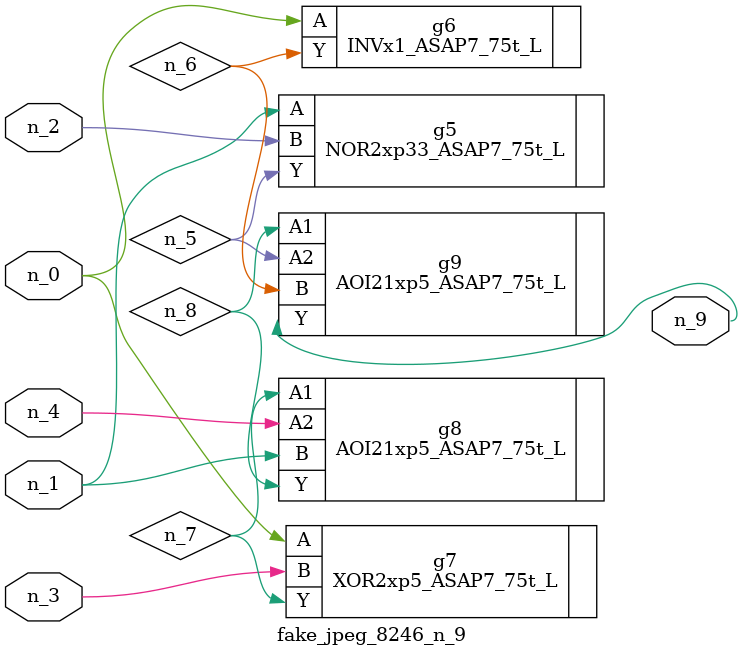
<source format=v>
module fake_jpeg_8246_n_9 (n_3, n_2, n_1, n_0, n_4, n_9);

input n_3;
input n_2;
input n_1;
input n_0;
input n_4;

output n_9;

wire n_8;
wire n_6;
wire n_5;
wire n_7;

NOR2xp33_ASAP7_75t_L g5 ( 
.A(n_1),
.B(n_2),
.Y(n_5)
);

INVx1_ASAP7_75t_L g6 ( 
.A(n_0),
.Y(n_6)
);

XOR2xp5_ASAP7_75t_L g7 ( 
.A(n_0),
.B(n_3),
.Y(n_7)
);

AOI21xp5_ASAP7_75t_L g8 ( 
.A1(n_7),
.A2(n_4),
.B(n_1),
.Y(n_8)
);

AOI21xp5_ASAP7_75t_L g9 ( 
.A1(n_8),
.A2(n_5),
.B(n_6),
.Y(n_9)
);


endmodule
</source>
